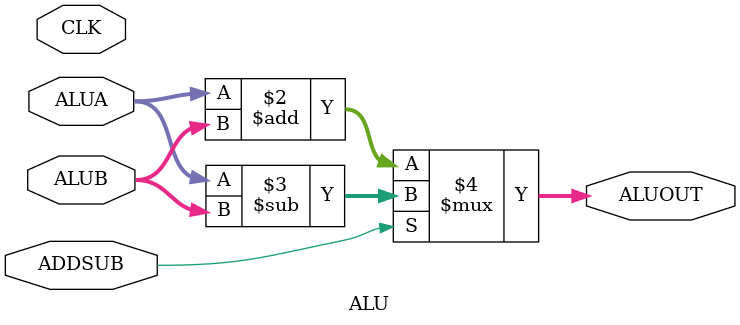
<source format=v>
module ALU(
			input CLK,
			input ADDSUB,
			input wire[3:0]ALUA,
			input wire[3:0]ALUB,
			output wire[3:0]ALUOUT);
			
assign ALUOUT=(ADDSUB==0)?ALUA+ALUB:ALUA-ALUB;

endmodule

</source>
